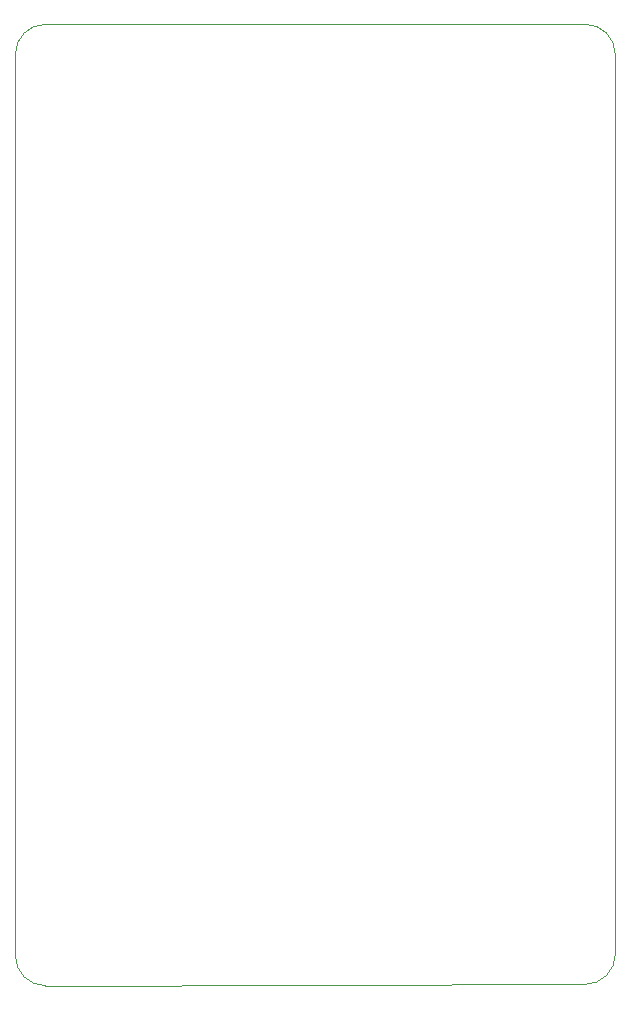
<source format=gm1>
G04 #@! TF.GenerationSoftware,KiCad,Pcbnew,9.0.1*
G04 #@! TF.CreationDate,2025-04-04T22:38:55+02:00*
G04 #@! TF.ProjectId,80286,38303238-362e-46b6-9963-61645f706362,rev?*
G04 #@! TF.SameCoordinates,Original*
G04 #@! TF.FileFunction,Profile,NP*
%FSLAX46Y46*%
G04 Gerber Fmt 4.6, Leading zero omitted, Abs format (unit mm)*
G04 Created by KiCad (PCBNEW 9.0.1) date 2025-04-04 22:38:55*
%MOMM*%
%LPD*%
G01*
G04 APERTURE LIST*
G04 #@! TA.AperFunction,Profile*
%ADD10C,0.050000*%
G04 #@! TD*
G04 APERTURE END LIST*
D10*
X50800000Y-128817000D02*
G75*
G02*
X48260000Y-126277000I0J2540000D01*
G01*
X99060000Y-126160000D02*
X99060000Y-49960000D01*
X96520000Y-47420000D02*
G75*
G02*
X99060000Y-49960000I0J-2540000D01*
G01*
X50800000Y-47420000D02*
X96520000Y-47420000D01*
X48260000Y-126277000D02*
X48260000Y-49960000D01*
X99060000Y-126160000D02*
G75*
G02*
X96520000Y-128700000I-2540000J0D01*
G01*
X96520000Y-128698755D02*
X50800000Y-128817000D01*
X48260000Y-49960000D02*
G75*
G02*
X50800000Y-47420000I2540000J0D01*
G01*
M02*

</source>
